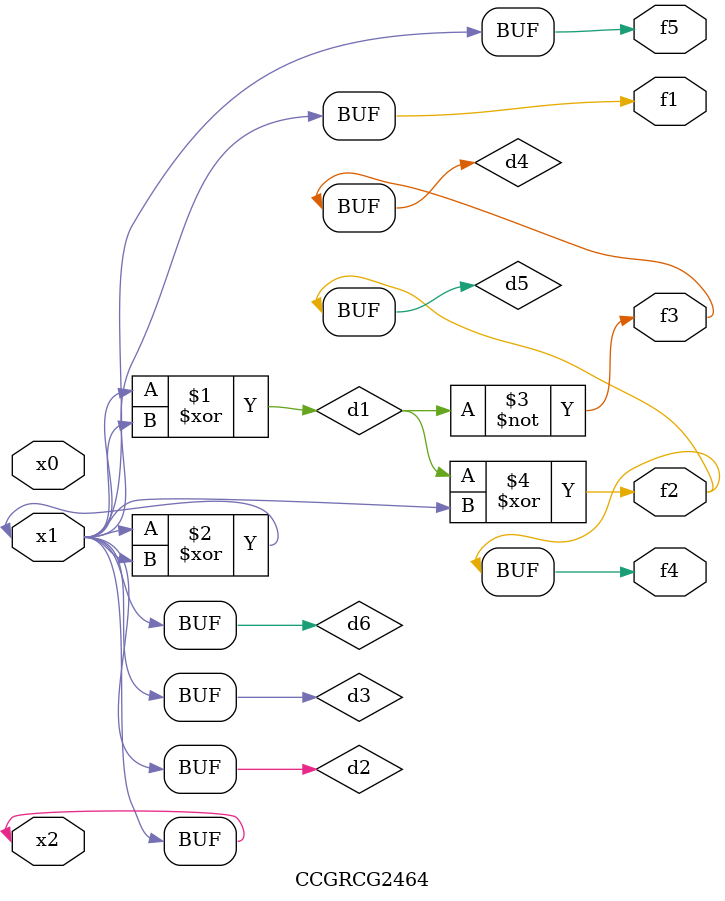
<source format=v>
module CCGRCG2464(
	input x0, x1, x2,
	output f1, f2, f3, f4, f5
);

	wire d1, d2, d3, d4, d5, d6;

	xor (d1, x1, x2);
	buf (d2, x1, x2);
	xor (d3, x1, x2);
	nor (d4, d1);
	xor (d5, d1, d2);
	buf (d6, d2, d3);
	assign f1 = d6;
	assign f2 = d5;
	assign f3 = d4;
	assign f4 = d5;
	assign f5 = d6;
endmodule

</source>
